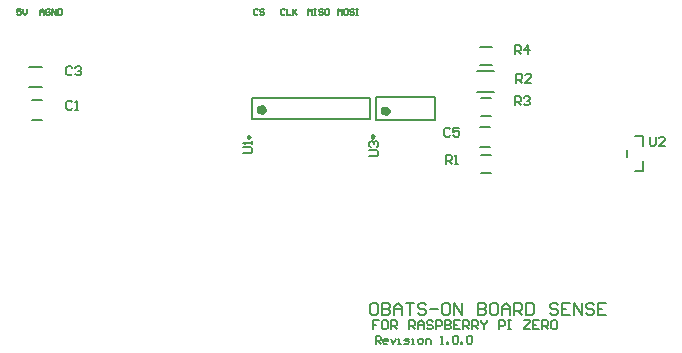
<source format=gto>
G04*
G04 #@! TF.GenerationSoftware,Altium Limited,Altium Designer,20.1.14 (287)*
G04*
G04 Layer_Color=65535*
%FSLAX25Y25*%
%MOIN*%
G70*
G04*
G04 #@! TF.SameCoordinates,41C541CE-8B16-402B-B8EC-46EACFEFE534*
G04*
G04*
G04 #@! TF.FilePolarity,Positive*
G04*
G01*
G75*
%ADD10C,0.01575*%
%ADD11C,0.00984*%
%ADD12C,0.00787*%
%ADD13C,0.00600*%
%ADD14C,0.00700*%
%ADD15C,0.00800*%
D10*
X318752Y263606D02*
X318208Y264355D01*
X317328Y264069D01*
Y263143D01*
X318208Y262857D01*
X318752Y263606D01*
X360094Y263213D02*
X359550Y263962D01*
X358670Y263675D01*
Y262750D01*
X359550Y262464D01*
X360094Y263213D01*
D11*
X314146Y254551D02*
X313407Y254977D01*
Y254125D01*
X314146Y254551D01*
X355646Y254748D02*
X354907Y255174D01*
Y254322D01*
X355646Y254748D01*
D12*
X314815Y260457D02*
X354185D01*
X314815Y267543D02*
X354185D01*
X314815Y260457D02*
Y267543D01*
X354185Y260457D02*
Y267543D01*
X439744Y247917D02*
Y250083D01*
X442402Y243016D02*
X445256D01*
Y251658D02*
Y254984D01*
Y243016D02*
Y246342D01*
X442402Y254984D02*
X445256D01*
X375842Y260063D02*
Y267937D01*
X356157Y260063D02*
Y267937D01*
X375842D01*
X356157Y260063D02*
X375842D01*
X390832Y251039D02*
X394168D01*
X390832Y257961D02*
X394168D01*
X391134Y248650D02*
X394677D01*
X391134Y242350D02*
X394677D01*
X389945Y269654D02*
X395654D01*
X389945Y276346D02*
X395654D01*
X391134Y261350D02*
X394677D01*
X391134Y267650D02*
X394677D01*
X240634Y271153D02*
X244965D01*
X240634Y277847D02*
X244965D01*
X241413Y260039D02*
X244749D01*
X241413Y266961D02*
X244749D01*
X391032Y284650D02*
X394969D01*
X391032Y278350D02*
X394969D01*
D13*
X381000Y257000D02*
X380500Y257500D01*
X379501D01*
X379001Y257000D01*
Y255000D01*
X379501Y254501D01*
X380500D01*
X381000Y255000D01*
X383999Y257500D02*
X382000D01*
Y256000D01*
X382999Y256500D01*
X383499D01*
X383999Y256000D01*
Y255000D01*
X383499Y254501D01*
X382500D01*
X382000Y255000D01*
X356100Y185600D02*
Y188099D01*
X357350D01*
X357766Y187683D01*
Y186850D01*
X357350Y186433D01*
X356100D01*
X356933D02*
X357766Y185600D01*
X359849D02*
X359016D01*
X358599Y186016D01*
Y186850D01*
X359016Y187266D01*
X359849D01*
X360265Y186850D01*
Y186433D01*
X358599D01*
X361098Y187266D02*
X361931Y185600D01*
X362765Y187266D01*
X363598Y185600D02*
X364431D01*
X364014D01*
Y187266D01*
X363598D01*
X365680Y185600D02*
X366930D01*
X367346Y186016D01*
X366930Y186433D01*
X366097D01*
X365680Y186850D01*
X366097Y187266D01*
X367346D01*
X368179Y185600D02*
X369012D01*
X368596D01*
Y187266D01*
X368179D01*
X370679Y185600D02*
X371512D01*
X371928Y186016D01*
Y186850D01*
X371512Y187266D01*
X370679D01*
X370262Y186850D01*
Y186016D01*
X370679Y185600D01*
X372761D02*
Y187266D01*
X374011D01*
X374427Y186850D01*
Y185600D01*
X377760D02*
X378593D01*
X378176D01*
Y188099D01*
X377760Y187683D01*
X379842Y185600D02*
Y186016D01*
X380259D01*
Y185600D01*
X379842D01*
X381925Y187683D02*
X382342Y188099D01*
X383175D01*
X383591Y187683D01*
Y186016D01*
X383175Y185600D01*
X382342D01*
X381925Y186016D01*
Y187683D01*
X384424Y185600D02*
Y186016D01*
X384841D01*
Y185600D01*
X384424D01*
X386507Y187683D02*
X386923Y188099D01*
X387756D01*
X388173Y187683D01*
Y186016D01*
X387756Y185600D01*
X386923D01*
X386507Y186016D01*
Y187683D01*
X325933Y296766D02*
X325600Y297099D01*
X324933D01*
X324600Y296766D01*
Y295433D01*
X324933Y295100D01*
X325600D01*
X325933Y295433D01*
X326599Y297099D02*
Y295100D01*
X327932D01*
X328599Y297099D02*
Y295100D01*
Y295766D01*
X329932Y297099D01*
X328932Y296100D01*
X329932Y295100D01*
X316933Y296766D02*
X316600Y297099D01*
X315933D01*
X315600Y296766D01*
Y295433D01*
X315933Y295100D01*
X316600D01*
X316933Y295433D01*
X318932Y296766D02*
X318599Y297099D01*
X317933D01*
X317599Y296766D01*
Y296433D01*
X317933Y296100D01*
X318599D01*
X318932Y295766D01*
Y295433D01*
X318599Y295100D01*
X317933D01*
X317599Y295433D01*
X244100Y295100D02*
Y296433D01*
X244766Y297099D01*
X245433Y296433D01*
Y295100D01*
Y296100D01*
X244100D01*
X247432Y296766D02*
X247099Y297099D01*
X246433D01*
X246099Y296766D01*
Y295433D01*
X246433Y295100D01*
X247099D01*
X247432Y295433D01*
Y296100D01*
X246766D01*
X248099Y295100D02*
Y297099D01*
X249432Y295100D01*
Y297099D01*
X250098D02*
Y295100D01*
X251098D01*
X251431Y295433D01*
Y296766D01*
X251098Y297099D01*
X250098D01*
X237933D02*
X236600D01*
Y296100D01*
X237266Y296433D01*
X237600D01*
X237933Y296100D01*
Y295433D01*
X237600Y295100D01*
X236933D01*
X236600Y295433D01*
X238599Y297099D02*
Y295766D01*
X239266Y295100D01*
X239932Y295766D01*
Y297099D01*
X333600Y295100D02*
Y297099D01*
X334266Y296433D01*
X334933Y297099D01*
Y295100D01*
X335599Y297099D02*
X336266D01*
X335933D01*
Y295100D01*
X335599D01*
X336266D01*
X338598Y296766D02*
X338265Y297099D01*
X337599D01*
X337265Y296766D01*
Y296433D01*
X337599Y296100D01*
X338265D01*
X338598Y295766D01*
Y295433D01*
X338265Y295100D01*
X337599D01*
X337265Y295433D01*
X340265Y297099D02*
X339598D01*
X339265Y296766D01*
Y295433D01*
X339598Y295100D01*
X340265D01*
X340598Y295433D01*
Y296766D01*
X340265Y297099D01*
X343600Y295100D02*
Y297099D01*
X344266Y296433D01*
X344933Y297099D01*
Y295100D01*
X346599Y297099D02*
X345933D01*
X345599Y296766D01*
Y295433D01*
X345933Y295100D01*
X346599D01*
X346932Y295433D01*
Y296766D01*
X346599Y297099D01*
X348932Y296766D02*
X348598Y297099D01*
X347932D01*
X347599Y296766D01*
Y296433D01*
X347932Y296100D01*
X348598D01*
X348932Y295766D01*
Y295433D01*
X348598Y295100D01*
X347932D01*
X347599Y295433D01*
X349598Y297099D02*
X350265D01*
X349931D01*
Y295100D01*
X349598D01*
X350265D01*
X354000Y248001D02*
X356500D01*
X356999Y248501D01*
Y249500D01*
X356500Y250000D01*
X354000D01*
X354500Y251000D02*
X354000Y251500D01*
Y252499D01*
X354500Y252999D01*
X355000D01*
X355500Y252499D01*
Y251999D01*
Y252499D01*
X356000Y252999D01*
X356500D01*
X356999Y252499D01*
Y251500D01*
X356500Y251000D01*
X447501Y254500D02*
Y252000D01*
X448001Y251501D01*
X449000D01*
X449500Y252000D01*
Y254500D01*
X452499Y251501D02*
X450500D01*
X452499Y253500D01*
Y254000D01*
X451999Y254500D01*
X451000D01*
X450500Y254000D01*
X312000Y249001D02*
X314500D01*
X315000Y249500D01*
Y250500D01*
X314500Y251000D01*
X312000D01*
X315000Y252000D02*
Y252999D01*
Y252500D01*
X312000D01*
X312500Y252000D01*
X402501Y282000D02*
Y284999D01*
X404000D01*
X404500Y284500D01*
Y283500D01*
X404000Y283000D01*
X402501D01*
X403501D02*
X404500Y282000D01*
X406999D02*
Y284999D01*
X405500Y283500D01*
X407499D01*
X402501Y265001D02*
Y268000D01*
X404000D01*
X404500Y267500D01*
Y266500D01*
X404000Y266000D01*
X402501D01*
X403501D02*
X404500Y265001D01*
X405500Y267500D02*
X406000Y268000D01*
X406999D01*
X407499Y267500D01*
Y267000D01*
X406999Y266500D01*
X406499D01*
X406999D01*
X407499Y266000D01*
Y265500D01*
X406999Y265001D01*
X406000D01*
X405500Y265500D01*
X403001Y272500D02*
Y275500D01*
X404500D01*
X405000Y275000D01*
Y274000D01*
X404500Y273500D01*
X403001D01*
X404001D02*
X405000Y272500D01*
X407999D02*
X406000D01*
X407999Y274500D01*
Y275000D01*
X407499Y275500D01*
X406500D01*
X406000Y275000D01*
X379501Y245500D02*
Y248499D01*
X381000D01*
X381500Y248000D01*
Y247000D01*
X381000Y246500D01*
X379501D01*
X380500D02*
X381500Y245500D01*
X382500D02*
X383499D01*
X382999D01*
Y248499D01*
X382500Y248000D01*
X255000Y277500D02*
X254500Y277999D01*
X253501D01*
X253001Y277500D01*
Y275500D01*
X253501Y275001D01*
X254500D01*
X255000Y275500D01*
X256000Y277500D02*
X256500Y277999D01*
X257499D01*
X257999Y277500D01*
Y277000D01*
X257499Y276500D01*
X256999D01*
X257499D01*
X257999Y276000D01*
Y275500D01*
X257499Y275001D01*
X256500D01*
X256000Y275500D01*
X255000Y266000D02*
X254500Y266499D01*
X253501D01*
X253001Y266000D01*
Y264000D01*
X253501Y263500D01*
X254500D01*
X255000Y264000D01*
X256000Y263500D02*
X256999D01*
X256500D01*
Y266499D01*
X256000Y266000D01*
D14*
X357199Y193449D02*
X355200D01*
Y191949D01*
X356200D01*
X355200D01*
Y190450D01*
X359699Y193449D02*
X358699D01*
X358199Y192949D01*
Y190950D01*
X358699Y190450D01*
X359699D01*
X360198Y190950D01*
Y192949D01*
X359699Y193449D01*
X361198Y190450D02*
Y193449D01*
X362698D01*
X363197Y192949D01*
Y191949D01*
X362698Y191450D01*
X361198D01*
X362198D02*
X363197Y190450D01*
X367196D02*
Y193449D01*
X368696D01*
X369196Y192949D01*
Y191949D01*
X368696Y191450D01*
X367196D01*
X368196D02*
X369196Y190450D01*
X370195D02*
Y192449D01*
X371195Y193449D01*
X372195Y192449D01*
Y190450D01*
Y191949D01*
X370195D01*
X375194Y192949D02*
X374694Y193449D01*
X373694D01*
X373194Y192949D01*
Y192449D01*
X373694Y191949D01*
X374694D01*
X375194Y191450D01*
Y190950D01*
X374694Y190450D01*
X373694D01*
X373194Y190950D01*
X376193Y190450D02*
Y193449D01*
X377693D01*
X378193Y192949D01*
Y191949D01*
X377693Y191450D01*
X376193D01*
X379192Y193449D02*
Y190450D01*
X380692D01*
X381192Y190950D01*
Y191450D01*
X380692Y191949D01*
X379192D01*
X380692D01*
X381192Y192449D01*
Y192949D01*
X380692Y193449D01*
X379192D01*
X384191D02*
X382191D01*
Y190450D01*
X384191D01*
X382191Y191949D02*
X383191D01*
X385190Y190450D02*
Y193449D01*
X386690D01*
X387190Y192949D01*
Y191949D01*
X386690Y191450D01*
X385190D01*
X386190D02*
X387190Y190450D01*
X388189D02*
Y193449D01*
X389689D01*
X390189Y192949D01*
Y191949D01*
X389689Y191450D01*
X388189D01*
X389189D02*
X390189Y190450D01*
X391188Y193449D02*
Y192949D01*
X392188Y191949D01*
X393188Y192949D01*
Y193449D01*
X392188Y191949D02*
Y190450D01*
X397186D02*
Y193449D01*
X398686D01*
X399186Y192949D01*
Y191949D01*
X398686Y191450D01*
X397186D01*
X400185Y193449D02*
X401185D01*
X400685D01*
Y190450D01*
X400185D01*
X401185D01*
X405684Y193449D02*
X407683D01*
Y192949D01*
X405684Y190950D01*
Y190450D01*
X407683D01*
X410682Y193449D02*
X408683D01*
Y190450D01*
X410682D01*
X408683Y191949D02*
X409682D01*
X411682Y190450D02*
Y193449D01*
X413181D01*
X413681Y192949D01*
Y191949D01*
X413181Y191450D01*
X411682D01*
X412681D02*
X413681Y190450D01*
X416180Y193449D02*
X415181D01*
X414681Y192949D01*
Y190950D01*
X415181Y190450D01*
X416180D01*
X416680Y190950D01*
Y192949D01*
X416180Y193449D01*
D15*
X356299Y199299D02*
X354966D01*
X354300Y198632D01*
Y195966D01*
X354966Y195300D01*
X356299D01*
X356966Y195966D01*
Y198632D01*
X356299Y199299D01*
X358299D02*
Y195300D01*
X360298D01*
X360964Y195966D01*
Y196633D01*
X360298Y197299D01*
X358299D01*
X360298D01*
X360964Y197966D01*
Y198632D01*
X360298Y199299D01*
X358299D01*
X362297Y195300D02*
Y197966D01*
X363630Y199299D01*
X364963Y197966D01*
Y195300D01*
Y197299D01*
X362297D01*
X366296Y199299D02*
X368962D01*
X367629D01*
Y195300D01*
X372961Y198632D02*
X372294Y199299D01*
X370961D01*
X370295Y198632D01*
Y197966D01*
X370961Y197299D01*
X372294D01*
X372961Y196633D01*
Y195966D01*
X372294Y195300D01*
X370961D01*
X370295Y195966D01*
X374294Y197299D02*
X376959D01*
X380292Y199299D02*
X378959D01*
X378292Y198632D01*
Y195966D01*
X378959Y195300D01*
X380292D01*
X380958Y195966D01*
Y198632D01*
X380292Y199299D01*
X382291Y195300D02*
Y199299D01*
X384957Y195300D01*
Y199299D01*
X390288D02*
Y195300D01*
X392288D01*
X392954Y195966D01*
Y196633D01*
X392288Y197299D01*
X390288D01*
X392288D01*
X392954Y197966D01*
Y198632D01*
X392288Y199299D01*
X390288D01*
X396287D02*
X394953D01*
X394287Y198632D01*
Y195966D01*
X394953Y195300D01*
X396287D01*
X396953Y195966D01*
Y198632D01*
X396287Y199299D01*
X398286Y195300D02*
Y197966D01*
X399619Y199299D01*
X400952Y197966D01*
Y195300D01*
Y197299D01*
X398286D01*
X402284Y195300D02*
Y199299D01*
X404284D01*
X404950Y198632D01*
Y197299D01*
X404284Y196633D01*
X402284D01*
X403617D02*
X404950Y195300D01*
X406283Y199299D02*
Y195300D01*
X408283D01*
X408949Y195966D01*
Y198632D01*
X408283Y199299D01*
X406283D01*
X416947Y198632D02*
X416280Y199299D01*
X414947D01*
X414281Y198632D01*
Y197966D01*
X414947Y197299D01*
X416280D01*
X416947Y196633D01*
Y195966D01*
X416280Y195300D01*
X414947D01*
X414281Y195966D01*
X420945Y199299D02*
X418279D01*
Y195300D01*
X420945D01*
X418279Y197299D02*
X419612D01*
X422278Y195300D02*
Y199299D01*
X424944Y195300D01*
Y199299D01*
X428943Y198632D02*
X428276Y199299D01*
X426943D01*
X426277Y198632D01*
Y197966D01*
X426943Y197299D01*
X428276D01*
X428943Y196633D01*
Y195966D01*
X428276Y195300D01*
X426943D01*
X426277Y195966D01*
X432941Y199299D02*
X430275D01*
Y195300D01*
X432941D01*
X430275Y197299D02*
X431608D01*
M02*

</source>
